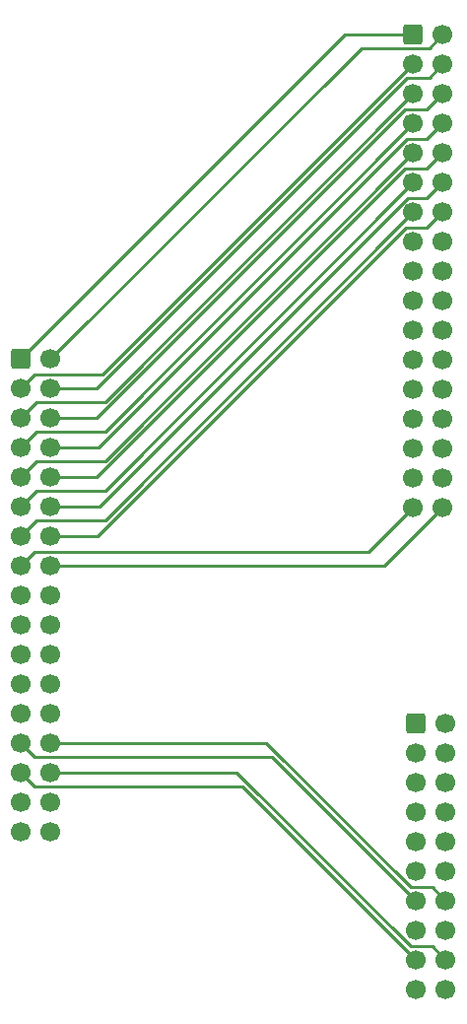
<source format=gbr>
%TF.GenerationSoftware,KiCad,Pcbnew,8.0.2*%
%TF.CreationDate,2024-05-12T23:01:33-04:00*%
%TF.ProjectId,rbmfm,72626d66-6d2e-46b6-9963-61645f706362,rev?*%
%TF.SameCoordinates,Original*%
%TF.FileFunction,Copper,L1,Top*%
%TF.FilePolarity,Positive*%
%FSLAX46Y46*%
G04 Gerber Fmt 4.6, Leading zero omitted, Abs format (unit mm)*
G04 Created by KiCad (PCBNEW 8.0.2) date 2024-05-12 23:01:33*
%MOMM*%
%LPD*%
G01*
G04 APERTURE LIST*
G04 Aperture macros list*
%AMRoundRect*
0 Rectangle with rounded corners*
0 $1 Rounding radius*
0 $2 $3 $4 $5 $6 $7 $8 $9 X,Y pos of 4 corners*
0 Add a 4 corners polygon primitive as box body*
4,1,4,$2,$3,$4,$5,$6,$7,$8,$9,$2,$3,0*
0 Add four circle primitives for the rounded corners*
1,1,$1+$1,$2,$3*
1,1,$1+$1,$4,$5*
1,1,$1+$1,$6,$7*
1,1,$1+$1,$8,$9*
0 Add four rect primitives between the rounded corners*
20,1,$1+$1,$2,$3,$4,$5,0*
20,1,$1+$1,$4,$5,$6,$7,0*
20,1,$1+$1,$6,$7,$8,$9,0*
20,1,$1+$1,$8,$9,$2,$3,0*%
G04 Aperture macros list end*
%TA.AperFunction,ComponentPad*%
%ADD10RoundRect,0.250000X-0.600000X-0.600000X0.600000X-0.600000X0.600000X0.600000X-0.600000X0.600000X0*%
%TD*%
%TA.AperFunction,ComponentPad*%
%ADD11C,1.700000*%
%TD*%
%TA.AperFunction,Conductor*%
%ADD12C,0.250000*%
%TD*%
G04 APERTURE END LIST*
D10*
%TO.P,J1,1,Pin_1*%
%TO.N,Net-(J1-Pin_1)*%
X117750000Y-98470000D03*
D11*
%TO.P,J1,2,Pin_2*%
%TO.N,Net-(J1-Pin_2)*%
X120290000Y-98470000D03*
%TO.P,J1,3,Pin_3*%
%TO.N,Net-(J1-Pin_3)*%
X117750000Y-101010000D03*
%TO.P,J1,4,Pin_4*%
%TO.N,Net-(J1-Pin_4)*%
X120290000Y-101010000D03*
%TO.P,J1,5,Pin_5*%
%TO.N,Net-(J1-Pin_5)*%
X117750000Y-103550000D03*
%TO.P,J1,6,Pin_6*%
%TO.N,Net-(J1-Pin_6)*%
X120290000Y-103550000D03*
%TO.P,J1,7,Pin_7*%
%TO.N,Net-(J1-Pin_7)*%
X117750000Y-106090000D03*
%TO.P,J1,8,Pin_8*%
%TO.N,Net-(J1-Pin_8)*%
X120290000Y-106090000D03*
%TO.P,J1,9,Pin_9*%
%TO.N,Net-(J1-Pin_9)*%
X117750000Y-108630000D03*
%TO.P,J1,10,Pin_10*%
%TO.N,Net-(J1-Pin_10)*%
X120290000Y-108630000D03*
%TO.P,J1,11,Pin_11*%
%TO.N,Net-(J1-Pin_11)*%
X117750000Y-111170000D03*
%TO.P,J1,12,Pin_12*%
%TO.N,Net-(J1-Pin_12)*%
X120290000Y-111170000D03*
%TO.P,J1,13,Pin_13*%
%TO.N,Net-(J1-Pin_13)*%
X117750000Y-113710000D03*
%TO.P,J1,14,Pin_14*%
%TO.N,Net-(J1-Pin_14)*%
X120290000Y-113710000D03*
%TO.P,J1,15,Pin_15*%
%TO.N,Net-(J1-Pin_15)*%
X117750000Y-116250000D03*
%TO.P,J1,16,Pin_16*%
%TO.N,Net-(J1-Pin_16)*%
X120290000Y-116250000D03*
%TO.P,J1,17,Pin_17*%
%TO.N,Net-(J1-Pin_17)*%
X117750000Y-118790000D03*
%TO.P,J1,18,Pin_18*%
%TO.N,Net-(J1-Pin_18)*%
X120290000Y-118790000D03*
%TO.P,J1,19,Pin_19*%
%TO.N,Net-(J1-Pin_19)*%
X117750000Y-121330000D03*
%TO.P,J1,20,Pin_20*%
%TO.N,Net-(J1-Pin_20)*%
X120290000Y-121330000D03*
%TO.P,J1,21,Pin_21*%
%TO.N,Net-(J1-Pin_21)*%
X117750000Y-123870000D03*
%TO.P,J1,22,Pin_22*%
%TO.N,Net-(J1-Pin_22)*%
X120290000Y-123870000D03*
%TO.P,J1,23,Pin_23*%
%TO.N,Net-(J1-Pin_23)*%
X117750000Y-126410000D03*
%TO.P,J1,24,Pin_24*%
%TO.N,Net-(J1-Pin_24)*%
X120290000Y-126410000D03*
%TO.P,J1,25,Pin_25*%
%TO.N,Net-(J1-Pin_25)*%
X117750000Y-128950000D03*
%TO.P,J1,26,Pin_26*%
%TO.N,Net-(J1-Pin_26)*%
X120290000Y-128950000D03*
%TO.P,J1,27,Pin_27*%
%TO.N,Net-(J1-Pin_27)*%
X117750000Y-131490000D03*
%TO.P,J1,28,Pin_28*%
%TO.N,Net-(J1-Pin_28)*%
X120290000Y-131490000D03*
%TO.P,J1,29,Pin_29*%
%TO.N,Net-(J1-Pin_29)*%
X117750000Y-134030000D03*
%TO.P,J1,30,Pin_30*%
%TO.N,Net-(J1-Pin_30)*%
X120290000Y-134030000D03*
%TO.P,J1,31,Pin_31*%
%TO.N,unconnected-(J1-Pin_31-Pad31)*%
X117750000Y-136570000D03*
%TO.P,J1,32,Pin_32*%
%TO.N,unconnected-(J1-Pin_32-Pad32)*%
X120290000Y-136570000D03*
%TO.P,J1,33,Pin_33*%
%TO.N,unconnected-(J1-Pin_33-Pad33)*%
X117750000Y-139110000D03*
%TO.P,J1,34,Pin_34*%
%TO.N,unconnected-(J1-Pin_34-Pad34)*%
X120290000Y-139110000D03*
%TD*%
D10*
%TO.P,J3,1,Pin_1*%
%TO.N,unconnected-(J3-Pin_1-Pad1)*%
X151710000Y-129840000D03*
D11*
%TO.P,J3,2,Pin_2*%
%TO.N,unconnected-(J3-Pin_2-Pad2)*%
X154250000Y-129840000D03*
%TO.P,J3,3,Pin_3*%
%TO.N,unconnected-(J3-Pin_3-Pad3)*%
X151710000Y-132380000D03*
%TO.P,J3,4,Pin_4*%
%TO.N,unconnected-(J3-Pin_4-Pad4)*%
X154250000Y-132380000D03*
%TO.P,J3,5,Pin_5*%
%TO.N,unconnected-(J3-Pin_5-Pad5)*%
X151710000Y-134920000D03*
%TO.P,J3,6,Pin_6*%
%TO.N,unconnected-(J3-Pin_6-Pad6)*%
X154250000Y-134920000D03*
%TO.P,J3,7,Pin_7*%
%TO.N,unconnected-(J3-Pin_7-Pad7)*%
X151710000Y-137460000D03*
%TO.P,J3,8,Pin_8*%
%TO.N,unconnected-(J3-Pin_8-Pad8)*%
X154250000Y-137460000D03*
%TO.P,J3,9,Pin_9*%
%TO.N,unconnected-(J3-Pin_9-Pad9)*%
X151710000Y-140000000D03*
%TO.P,J3,10,Pin_10*%
%TO.N,unconnected-(J3-Pin_10-Pad10)*%
X154250000Y-140000000D03*
%TO.P,J3,11,Pin_11*%
%TO.N,unconnected-(J3-Pin_11-Pad11)*%
X151710000Y-142540000D03*
%TO.P,J3,12,Pin_12*%
%TO.N,unconnected-(J3-Pin_12-Pad12)*%
X154250000Y-142540000D03*
%TO.P,J3,13,Pin_13*%
%TO.N,Net-(J1-Pin_27)*%
X151710000Y-145080000D03*
%TO.P,J3,14,Pin_14*%
%TO.N,Net-(J1-Pin_28)*%
X154250000Y-145080000D03*
%TO.P,J3,15,Pin_15*%
%TO.N,unconnected-(J3-Pin_15-Pad15)*%
X151710000Y-147620000D03*
%TO.P,J3,16,Pin_16*%
%TO.N,unconnected-(J3-Pin_16-Pad16)*%
X154250000Y-147620000D03*
%TO.P,J3,17,Pin_17*%
%TO.N,Net-(J1-Pin_29)*%
X151710000Y-150160000D03*
%TO.P,J3,18,Pin_18*%
%TO.N,Net-(J1-Pin_30)*%
X154250000Y-150160000D03*
%TO.P,J3,19,Pin_19*%
%TO.N,unconnected-(J3-Pin_19-Pad19)*%
X151710000Y-152700000D03*
%TO.P,J3,20,Pin_20*%
%TO.N,unconnected-(J3-Pin_20-Pad20)*%
X154250000Y-152700000D03*
%TD*%
D10*
%TO.P,J2,1,Pin_1*%
%TO.N,Net-(J1-Pin_1)*%
X151460000Y-70610000D03*
D11*
%TO.P,J2,2,Pin_2*%
%TO.N,Net-(J1-Pin_2)*%
X154000000Y-70610000D03*
%TO.P,J2,3,Pin_3*%
%TO.N,Net-(J1-Pin_3)*%
X151460000Y-73150000D03*
%TO.P,J2,4,Pin_4*%
%TO.N,Net-(J1-Pin_4)*%
X154000000Y-73150000D03*
%TO.P,J2,5,Pin_5*%
%TO.N,Net-(J1-Pin_5)*%
X151460000Y-75690000D03*
%TO.P,J2,6,Pin_6*%
%TO.N,Net-(J1-Pin_6)*%
X154000000Y-75690000D03*
%TO.P,J2,7,Pin_7*%
%TO.N,Net-(J1-Pin_7)*%
X151460000Y-78230000D03*
%TO.P,J2,8,Pin_8*%
%TO.N,Net-(J1-Pin_8)*%
X154000000Y-78230000D03*
%TO.P,J2,9,Pin_9*%
%TO.N,Net-(J1-Pin_9)*%
X151460000Y-80770000D03*
%TO.P,J2,10,Pin_10*%
%TO.N,Net-(J1-Pin_10)*%
X154000000Y-80770000D03*
%TO.P,J2,11,Pin_11*%
%TO.N,Net-(J1-Pin_11)*%
X151460000Y-83310000D03*
%TO.P,J2,12,Pin_12*%
%TO.N,Net-(J1-Pin_12)*%
X154000000Y-83310000D03*
%TO.P,J2,13,Pin_13*%
%TO.N,Net-(J1-Pin_13)*%
X151460000Y-85850000D03*
%TO.P,J2,14,Pin_14*%
%TO.N,Net-(J1-Pin_14)*%
X154000000Y-85850000D03*
%TO.P,J2,15,Pin_15*%
%TO.N,unconnected-(J2-Pin_15-Pad15)*%
X151460000Y-88390000D03*
%TO.P,J2,16,Pin_16*%
%TO.N,unconnected-(J2-Pin_16-Pad16)*%
X154000000Y-88390000D03*
%TO.P,J2,17,Pin_17*%
%TO.N,Net-(J1-Pin_17)*%
X151460000Y-90930000D03*
%TO.P,J2,18,Pin_18*%
%TO.N,Net-(J1-Pin_18)*%
X154000000Y-90930000D03*
%TO.P,J2,19,Pin_19*%
%TO.N,Net-(J1-Pin_19)*%
X151460000Y-93470000D03*
%TO.P,J2,20,Pin_20*%
%TO.N,Net-(J1-Pin_20)*%
X154000000Y-93470000D03*
%TO.P,J2,21,Pin_21*%
%TO.N,Net-(J1-Pin_21)*%
X151460000Y-96010000D03*
%TO.P,J2,22,Pin_22*%
%TO.N,Net-(J1-Pin_22)*%
X154000000Y-96010000D03*
%TO.P,J2,23,Pin_23*%
%TO.N,Net-(J1-Pin_23)*%
X151460000Y-98550000D03*
%TO.P,J2,24,Pin_24*%
%TO.N,Net-(J1-Pin_24)*%
X154000000Y-98550000D03*
%TO.P,J2,25,Pin_25*%
%TO.N,Net-(J1-Pin_25)*%
X151460000Y-101090000D03*
%TO.P,J2,26,Pin_26*%
%TO.N,Net-(J1-Pin_26)*%
X154000000Y-101090000D03*
%TO.P,J2,27,Pin_27*%
%TO.N,unconnected-(J2-Pin_27-Pad27)*%
X151460000Y-103630000D03*
%TO.P,J2,28,Pin_28*%
%TO.N,unconnected-(J2-Pin_28-Pad28)*%
X154000000Y-103630000D03*
%TO.P,J2,29,Pin_29*%
%TO.N,unconnected-(J2-Pin_29-Pad29)*%
X151460000Y-106170000D03*
%TO.P,J2,30,Pin_30*%
%TO.N,unconnected-(J2-Pin_30-Pad30)*%
X154000000Y-106170000D03*
%TO.P,J2,31,Pin_31*%
%TO.N,unconnected-(J2-Pin_31-Pad31)*%
X151460000Y-108710000D03*
%TO.P,J2,32,Pin_32*%
%TO.N,unconnected-(J2-Pin_32-Pad32)*%
X154000000Y-108710000D03*
%TO.P,J2,33,Pin_33*%
%TO.N,Net-(J1-Pin_15)*%
X151460000Y-111250000D03*
%TO.P,J2,34,Pin_34*%
%TO.N,Net-(J1-Pin_16)*%
X154000000Y-111250000D03*
%TD*%
D12*
%TO.N,Net-(J1-Pin_1)*%
X151460000Y-70610000D02*
X145610000Y-70610000D01*
X145610000Y-70610000D02*
X117750000Y-98470000D01*
%TO.N,Net-(J1-Pin_2)*%
X146975000Y-71785000D02*
X120290000Y-98470000D01*
X154000000Y-70610000D02*
X152825000Y-71785000D01*
X152825000Y-71785000D02*
X146975000Y-71785000D01*
%TO.N,Net-(J1-Pin_3)*%
X118925000Y-99835000D02*
X117750000Y-101010000D01*
X151460000Y-73150000D02*
X124775000Y-99835000D01*
X124775000Y-99835000D02*
X118925000Y-99835000D01*
%TO.N,Net-(J1-Pin_4)*%
X124236396Y-101010000D02*
X120290000Y-101010000D01*
X152825000Y-74325000D02*
X150921396Y-74325000D01*
X150921396Y-74325000D02*
X124236396Y-101010000D01*
X154000000Y-73150000D02*
X152825000Y-74325000D01*
%TO.N,Net-(J1-Pin_5)*%
X151460000Y-75690000D02*
X124965000Y-102185000D01*
X119115000Y-102185000D02*
X117750000Y-103550000D01*
X124965000Y-102185000D02*
X119115000Y-102185000D01*
%TO.N,Net-(J1-Pin_6)*%
X152635000Y-77055000D02*
X150731396Y-77055000D01*
X154000000Y-75690000D02*
X152635000Y-77055000D01*
X150731396Y-77055000D02*
X124236396Y-103550000D01*
X124236396Y-103550000D02*
X120290000Y-103550000D01*
%TO.N,Net-(J1-Pin_7)*%
X119115000Y-104725000D02*
X117750000Y-106090000D01*
X151460000Y-78230000D02*
X124965000Y-104725000D01*
X124965000Y-104725000D02*
X119115000Y-104725000D01*
%TO.N,Net-(J1-Pin_8)*%
X154000000Y-78230000D02*
X152635000Y-79595000D01*
X152635000Y-79595000D02*
X150905000Y-79595000D01*
X150905000Y-79595000D02*
X124410000Y-106090000D01*
X124410000Y-106090000D02*
X120290000Y-106090000D01*
%TO.N,Net-(J1-Pin_9)*%
X124965000Y-107265000D02*
X119115000Y-107265000D01*
X151460000Y-80770000D02*
X124965000Y-107265000D01*
X119115000Y-107265000D02*
X117750000Y-108630000D01*
%TO.N,Net-(J1-Pin_10)*%
X154000000Y-80770000D02*
X152635000Y-82135000D01*
X124236396Y-108630000D02*
X120290000Y-108630000D01*
X152635000Y-82135000D02*
X150731396Y-82135000D01*
X150731396Y-82135000D02*
X124236396Y-108630000D01*
%TO.N,Net-(J1-Pin_11)*%
X124965000Y-109805000D02*
X119115000Y-109805000D01*
X119115000Y-109805000D02*
X117750000Y-111170000D01*
X151460000Y-83310000D02*
X124965000Y-109805000D01*
%TO.N,Net-(J1-Pin_12)*%
X124478299Y-111170000D02*
X120290000Y-111170000D01*
X152635000Y-84675000D02*
X150973299Y-84675000D01*
X150973299Y-84675000D02*
X124478299Y-111170000D01*
X154000000Y-83310000D02*
X152635000Y-84675000D01*
%TO.N,Net-(J1-Pin_13)*%
X124965000Y-112345000D02*
X119115000Y-112345000D01*
X151460000Y-85850000D02*
X124965000Y-112345000D01*
X119115000Y-112345000D02*
X117750000Y-113710000D01*
%TO.N,Net-(J1-Pin_14)*%
X124290000Y-113710000D02*
X120290000Y-113710000D01*
X150785000Y-87215000D02*
X124290000Y-113710000D01*
X154000000Y-85850000D02*
X152635000Y-87215000D01*
X152635000Y-87215000D02*
X150785000Y-87215000D01*
%TO.N,Net-(J1-Pin_15)*%
X147635000Y-115075000D02*
X151460000Y-111250000D01*
X118925000Y-115075000D02*
X147635000Y-115075000D01*
X117750000Y-116250000D02*
X118925000Y-115075000D01*
%TO.N,Net-(J1-Pin_16)*%
X120290000Y-116250000D02*
X149000000Y-116250000D01*
X149000000Y-116250000D02*
X154000000Y-111250000D01*
%TO.N,Net-(J1-Pin_27)*%
X139295000Y-132665000D02*
X151710000Y-145080000D01*
X118925000Y-132665000D02*
X139295000Y-132665000D01*
X117750000Y-131490000D02*
X118925000Y-132665000D01*
%TO.N,Net-(J1-Pin_28)*%
X120290000Y-131490000D02*
X138808299Y-131490000D01*
X151223299Y-143905000D02*
X153075000Y-143905000D01*
X138808299Y-131490000D02*
X151223299Y-143905000D01*
X153075000Y-143905000D02*
X154250000Y-145080000D01*
%TO.N,Net-(J1-Pin_29)*%
X136755000Y-135205000D02*
X151710000Y-150160000D01*
X117750000Y-134030000D02*
X118925000Y-135205000D01*
X118925000Y-135205000D02*
X136755000Y-135205000D01*
%TO.N,Net-(J1-Pin_30)*%
X151223299Y-148985000D02*
X153075000Y-148985000D01*
X153075000Y-148985000D02*
X154250000Y-150160000D01*
X120290000Y-134030000D02*
X136268299Y-134030000D01*
X136268299Y-134030000D02*
X151223299Y-148985000D01*
%TD*%
M02*

</source>
